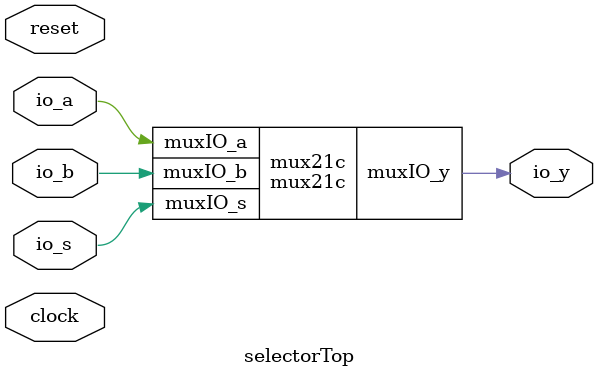
<source format=sv>
module mux21c(	// src/main/scala/selector/selector.scala:9:7
  input  muxIO_a,	// src/main/scala/selector/selector.scala:10:15
         muxIO_b,	// src/main/scala/selector/selector.scala:10:15
         muxIO_s,	// src/main/scala/selector/selector.scala:10:15
  output muxIO_y	// src/main/scala/selector/selector.scala:10:15
);

  assign muxIO_y = muxIO_s ? muxIO_b : muxIO_a;	// src/main/scala/selector/selector.scala:9:7, :16:15
endmodule

module selectorTop(	// src/main/scala/selector/selector.scala:19:7
  input  clock,	// src/main/scala/selector/selector.scala:19:7
         reset,	// src/main/scala/selector/selector.scala:19:7
         io_a,	// src/main/scala/selector/selector.scala:20:12
         io_b,	// src/main/scala/selector/selector.scala:20:12
         io_s,	// src/main/scala/selector/selector.scala:20:12
  output io_y	// src/main/scala/selector/selector.scala:20:12
);

  mux21c mux21c (	// src/main/scala/selector/selector.scala:27:20
    .muxIO_a (io_a),
    .muxIO_b (io_b),
    .muxIO_s (io_s),
    .muxIO_y (io_y)
  );	// src/main/scala/selector/selector.scala:27:20
endmodule


</source>
